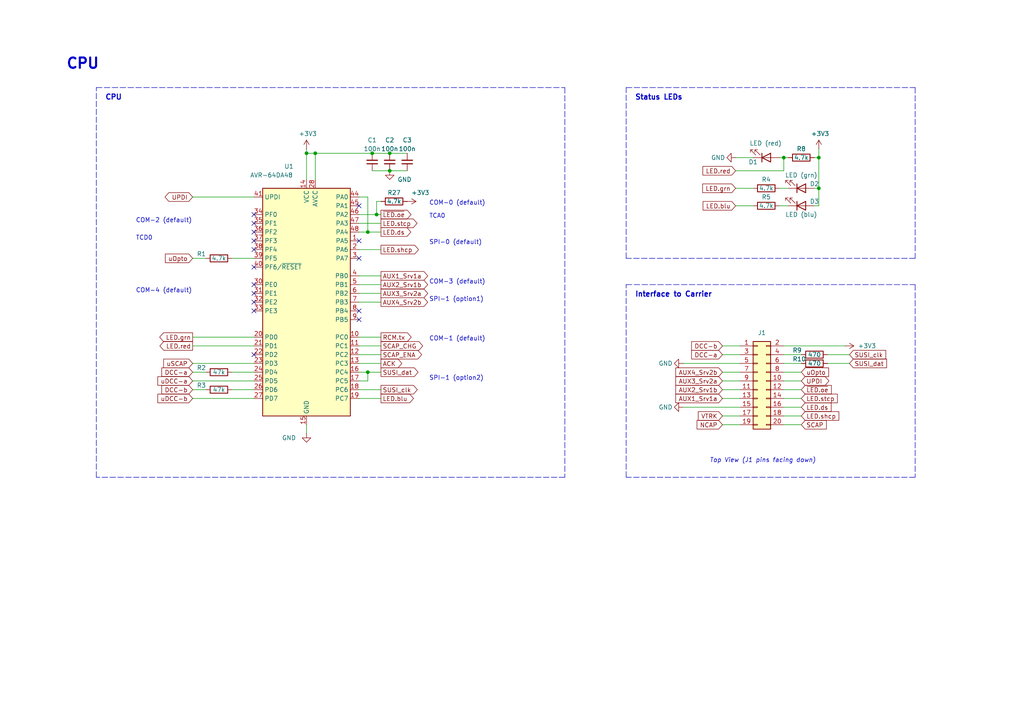
<source format=kicad_sch>
(kicad_sch (version 20250114) (generator "eeschema") (generator_version "9.0")
  (paper "A4")
  (title_block (title "DCC Ambient Decoder Prototype") (date "2025-10-14") (rev "1") (company "Frank Schumacher") (comment 1 "D99.1") (comment 2 "2.8V SCAPs"))
  (lib_symbols
    (symbol "Connector_Generic:Conn_02x10_Odd_Even" (pin_names (offset 1.016) (hide yes))
      (property "Reference" "J" (at 1.27 12.7 0))
      (property "Value" "Conn_02x10_Odd_Even" (at 1.27 -15.24 0))
      (symbol "Conn_02x10_Odd_Even_1_1"
        (rectangle (start -1.27 11.43) (end 3.81 -13.97) (stroke (width 0.254)) (fill (type background)))
        (rectangle (start -1.27 10.287) (end 0 10.033) (stroke (width 0.1524)))
        (rectangle (start -1.27 7.747) (end 0 7.493) (stroke (width 0.1524)))
        (rectangle (start -1.27 5.207) (end 0 4.953) (stroke (width 0.1524)))
        (rectangle (start -1.27 2.667) (end 0 2.413) (stroke (width 0.1524)))
        (rectangle (start -1.27 0.127) (end 0 -0.127) (stroke (width 0.1524)))
        (rectangle (start -1.27 -2.413) (end 0 -2.667) (stroke (width 0.1524)))
        (rectangle (start -1.27 -4.953) (end 0 -5.207) (stroke (width 0.1524)))
        (rectangle (start -1.27 -7.493) (end 0 -7.747) (stroke (width 0.1524)))
        (rectangle (start -1.27 -10.033) (end 0 -10.287) (stroke (width 0.1524)))
        (rectangle (start -1.27 -12.573) (end 0 -12.827) (stroke (width 0.1524)))
        (rectangle (start 3.81 10.287) (end 2.54 10.033) (stroke (width 0.1524)))
        (rectangle (start 3.81 7.747) (end 2.54 7.493) (stroke (width 0.1524)))
        (rectangle (start 3.81 5.207) (end 2.54 4.953) (stroke (width 0.1524)))
        (rectangle (start 3.81 2.667) (end 2.54 2.413) (stroke (width 0.1524)))
        (rectangle (start 3.81 0.127) (end 2.54 -0.127) (stroke (width 0.1524)))
        (rectangle (start 3.81 -2.413) (end 2.54 -2.667) (stroke (width 0.1524)))
        (rectangle (start 3.81 -4.953) (end 2.54 -5.207) (stroke (width 0.1524)))
        (rectangle (start 3.81 -7.493) (end 2.54 -7.747) (stroke (width 0.1524)))
        (rectangle (start 3.81 -10.033) (end 2.54 -10.287) (stroke (width 0.1524)))
        (rectangle (start 3.81 -12.573) (end 2.54 -12.827) (stroke (width 0.1524)))
        (pin passive line (at -5.08 10.16 0) (length 3.81) (name "Pin_1") (number "1"))
        (pin passive line (at -5.08 7.62 0) (length 3.81) (name "Pin_3") (number "3"))
        (pin passive line (at -5.08 5.08 0) (length 3.81) (name "Pin_5") (number "5"))
        (pin passive line (at -5.08 2.54 0) (length 3.81) (name "Pin_7") (number "7"))
        (pin passive line (at -5.08 0 0) (length 3.81) (name "Pin_9") (number "9"))
        (pin passive line (at -5.08 -2.54 0) (length 3.81) (name "Pin_11") (number "11"))
        (pin passive line (at -5.08 -5.08 0) (length 3.81) (name "Pin_13") (number "13"))
        (pin passive line (at -5.08 -7.62 0) (length 3.81) (name "Pin_15") (number "15"))
        (pin passive line (at -5.08 -10.16 0) (length 3.81) (name "Pin_17") (number "17"))
        (pin passive line (at -5.08 -12.7 0) (length 3.81) (name "Pin_19") (number "19"))
        (pin passive line (at 7.62 10.16 180) (length 3.81) (name "Pin_2") (number "2"))
        (pin passive line (at 7.62 7.62 180) (length 3.81) (name "Pin_4") (number "4"))
        (pin passive line (at 7.62 5.08 180) (length 3.81) (name "Pin_6") (number "6"))
        (pin passive line (at 7.62 2.54 180) (length 3.81) (name "Pin_8") (number "8"))
        (pin passive line (at 7.62 0 180) (length 3.81) (name "Pin_10") (number "10"))
        (pin passive line (at 7.62 -2.54 180) (length 3.81) (name "Pin_12") (number "12"))
        (pin passive line (at 7.62 -5.08 180) (length 3.81) (name "Pin_14") (number "14"))
        (pin passive line (at 7.62 -7.62 180) (length 3.81) (name "Pin_16") (number "16"))
        (pin passive line (at 7.62 -10.16 180) (length 3.81) (name "Pin_18") (number "18"))
        (pin passive line (at 7.62 -12.7 180) (length 3.81) (name "Pin_20") (number "20"))
      )
    )
    (symbol "Device:C_Small" (pin_numbers (hide yes)) (pin_names (offset 0.254) (hide yes))
      (property "Reference" "C" (at 0.254 1.778 0))
      (property "Value" "C_Small" (at 0.254 -2.032 0))
      (symbol "C_Small_0_1"
        (polyline (pts (xy -1.524 0.508) (xy 1.524 0.508)) (stroke (width 0.3048)))
        (polyline (pts (xy -1.524 -0.508) (xy 1.524 -0.508)) (stroke (width 0.3302)))
      )
      (symbol "C_Small_1_1"
        (pin passive line (at 0 2.54 270) (length 2.032) (name "~") (number "1"))
        (pin passive line (at 0 -2.54 90) (length 2.032) (name "~") (number "2"))
      )
    )
    (symbol "Device:LED" (pin_numbers (hide yes)) (pin_names (offset 1.016) (hide yes))
      (property "Reference" "D" (at 0 2.54 0))
      (property "Value" "LED" (at 0 -2.54 0))
      (symbol "LED_0_1"
        (polyline (pts (xy -3.048 -0.762) (xy -4.572 -2.286) (xy -3.81 -2.286) (xy -4.572 -2.286) (xy -4.572 -1.524)))
        (polyline (pts (xy -1.778 -0.762) (xy -3.302 -2.286) (xy -2.54 -2.286) (xy -3.302 -2.286) (xy -3.302 -1.524)))
        (polyline (pts (xy -1.27 0) (xy 1.27 0)))
        (polyline (pts (xy -1.27 -1.27) (xy -1.27 1.27)) (stroke (width 0.254)))
        (polyline (pts (xy 1.27 -1.27) (xy 1.27 1.27) (xy -1.27 0) (xy 1.27 -1.27)) (stroke (width 0.254)))
      )
      (symbol "LED_1_1"
        (pin passive line (at -3.81 0 0) (length 2.54) (name "K") (number "1"))
        (pin passive line (at 3.81 0 180) (length 2.54) (name "A") (number "2"))
      )
    )
    (symbol "Device:R" (pin_numbers (hide yes)) (pin_names (offset 0))
      (property "Reference" "R" (at 2.032 0 90))
      (property "Value" "R" (at 0 0 90))
      (symbol "R_0_1"
        (rectangle (start -1.016 -2.54) (end 1.016 2.54) (stroke (width 0.254)))
      )
      (symbol "R_1_1"
        (pin passive line (at 0 3.81 270) (length 1.27) (name "~") (number "1"))
        (pin passive line (at 0 -3.81 90) (length 1.27) (name "~") (number "2"))
      )
    )
    (symbol "MCU_Microchip_ATmega:ATmega4809-M"
      (property "Reference" "U" (at -12.7 34.29 0))
      (property "Value" "ATmega4809-M" (at 2.54 -34.29 0))
      (symbol "ATmega4809-M_0_1"
        (rectangle (start -12.7 -33.02) (end 12.7 33.02) (stroke (width 0.254)) (fill (type background)))
      )
      (symbol "ATmega4809-M_1_1"
        (pin bidirectional line (at -15.24 30.48 0) (length 2.54) (name "UPDI") (number "41"))
        (pin bidirectional line (at -15.24 25.4 0) (length 2.54) (name "PF0") (number "34"))
        (pin bidirectional line (at -15.24 22.86 0) (length 2.54) (name "PF1") (number "35"))
        (pin bidirectional line (at -15.24 20.32 0) (length 2.54) (name "PF2") (number "36"))
        (pin bidirectional line (at -15.24 17.78 0) (length 2.54) (name "PF3") (number "37"))
        (pin bidirectional line (at -15.24 15.24 0) (length 2.54) (name "PF4") (number "38"))
        (pin bidirectional line (at -15.24 12.7 0) (length 2.54) (name "PF5") (number "39"))
        (pin bidirectional line (at -15.24 10.16 0) (length 2.54) (name "PF6/~{RESET}") (number "40"))
        (pin bidirectional line (at -15.24 5.08 0) (length 2.54) (name "PE0") (number "30"))
        (pin bidirectional line (at -15.24 2.54 0) (length 2.54) (name "PE1") (number "31"))
        (pin bidirectional line (at -15.24 0 0) (length 2.54) (name "PE2") (number "32"))
        (pin bidirectional line (at -15.24 -2.54 0) (length 2.54) (name "PE3") (number "33"))
        (pin bidirectional line (at -15.24 -10.16 0) (length 2.54) (name "PD0") (number "20"))
        (pin bidirectional line (at -15.24 -12.7 0) (length 2.54) (name "PD1") (number "21"))
        (pin bidirectional line (at -15.24 -15.24 0) (length 2.54) (name "PD2") (number "22"))
        (pin bidirectional line (at -15.24 -17.78 0) (length 2.54) (name "PD3") (number "23"))
        (pin bidirectional line (at -15.24 -20.32 0) (length 2.54) (name "PD4") (number "24"))
        (pin bidirectional line (at -15.24 -22.86 0) (length 2.54) (name "PD5") (number "25"))
        (pin bidirectional line (at -15.24 -25.4 0) (length 2.54) (name "PD6") (number "26"))
        (pin bidirectional line (at -15.24 -27.94 0) (length 2.54) (name "PD7") (number "27"))
        (pin power_in line (at 0 35.56 270) (length 2.54) (name "VCC") (number "14"))
        (pin passive line (at 0 35.56 270) (length 2.54) (hide yes) (name "VCC") (number "42"))
        (pin power_in line (at 0 -35.56 90) (length 2.54) (name "GND") (number "15"))
        (pin passive line (at 0 -35.56 90) (length 2.54) (hide yes) (name "GND") (number "29"))
        (pin passive line (at 0 -35.56 90) (length 2.54) (hide yes) (name "GND") (number "43"))
        (pin passive line (at 0 -35.56 90) (length 2.54) (hide yes) (name "GND") (number "49"))
        (pin power_in line (at 2.54 35.56 270) (length 2.54) (name "AVCC") (number "28"))
        (pin bidirectional line (at 15.24 30.48 180) (length 2.54) (name "PA0") (number "44"))
        (pin bidirectional line (at 15.24 27.94 180) (length 2.54) (name "PA1") (number "45"))
        (pin bidirectional line (at 15.24 25.4 180) (length 2.54) (name "PA2") (number "46"))
        (pin bidirectional line (at 15.24 22.86 180) (length 2.54) (name "PA3") (number "47"))
        (pin bidirectional line (at 15.24 20.32 180) (length 2.54) (name "PA4") (number "48"))
        (pin bidirectional line (at 15.24 17.78 180) (length 2.54) (name "PA5") (number "1"))
        (pin bidirectional line (at 15.24 15.24 180) (length 2.54) (name "PA6") (number "2"))
        (pin bidirectional line (at 15.24 12.7 180) (length 2.54) (name "PA7") (number "3"))
        (pin bidirectional line (at 15.24 7.62 180) (length 2.54) (name "PB0") (number "4"))
        (pin bidirectional line (at 15.24 5.08 180) (length 2.54) (name "PB1") (number "5"))
        (pin bidirectional line (at 15.24 2.54 180) (length 2.54) (name "PB2") (number "6"))
        (pin bidirectional line (at 15.24 0 180) (length 2.54) (name "PB3") (number "7"))
        (pin bidirectional line (at 15.24 -2.54 180) (length 2.54) (name "PB4") (number "8"))
        (pin bidirectional line (at 15.24 -5.08 180) (length 2.54) (name "PB5") (number "9"))
        (pin bidirectional line (at 15.24 -10.16 180) (length 2.54) (name "PC0") (number "10"))
        (pin bidirectional line (at 15.24 -12.7 180) (length 2.54) (name "PC1") (number "11"))
        (pin bidirectional line (at 15.24 -15.24 180) (length 2.54) (name "PC2") (number "12"))
        (pin bidirectional line (at 15.24 -17.78 180) (length 2.54) (name "PC3") (number "13"))
        (pin bidirectional line (at 15.24 -20.32 180) (length 2.54) (name "PC4") (number "16"))
        (pin bidirectional line (at 15.24 -22.86 180) (length 2.54) (name "PC5") (number "17"))
        (pin bidirectional line (at 15.24 -25.4 180) (length 2.54) (name "PC6") (number "18"))
        (pin bidirectional line (at 15.24 -27.94 180) (length 2.54) (name "PC7") (number "19"))
      )
    )
    (symbol "power:+3V3" (power) (pin_numbers (hide yes)) (pin_names (offset 0) (hide yes))
      (property "Value" "+3V3" (at 0 3.556 0))
      (symbol "+3V3_0_1"
        (polyline (pts (xy -0.762 1.27) (xy 0 2.54)))
        (polyline (pts (xy 0 2.54) (xy 0.762 1.27)))
        (polyline (pts (xy 0 0) (xy 0 2.54)))
      )
      (symbol "+3V3_1_1"
        (pin power_in line (at 0 0 90) (length 0) (name "~") (number "1"))
      )
    )
    (symbol "power:GND" (power) (pin_numbers (hide yes)) (pin_names (offset 0) (hide yes))
      (property "Value" "GND" (at 0 -3.81 0))
      (symbol "GND_0_1"
        (polyline (pts (xy 0 0) (xy 0 -1.27) (xy 1.27 -1.27) (xy 0 -2.54) (xy -1.27 -1.27) (xy 0 -1.27)))
      )
      (symbol "GND_1_1"
        (pin power_in line (at 0 0 270) (length 0) (name "~") (number "1"))
      )
    )
  )
  (text "SPI-0 (default)" (at 124.46 71.12 0) (effects (font (size 1.27 1.27)) (justify left bottom)))
  (text "TCD0" (at 39.37 69.85 0) (effects (font (size 1.27 1.27)) (justify left bottom)))
  (text "SPI-1 (option1)" (at 124.46 87.63 0) (effects (font (size 1.27 1.27)) (justify left bottom)))
  (text "Interface to Carrier" (at 184.15 86.36 0) (effects (font (size 1.4986 1.4986) (thickness 0.2997) (bold yes)) (justify left bottom)))
  (text "Top View (J1 pins facing down)" (at 221.234 133.604 0) (effects (font (size 1.27 1.27) (italic yes))))
  (text "COM-4 (default)" (at 39.37 85.09 0) (effects (font (size 1.27 1.27)) (justify left bottom)))
  (text "CPU" (at 19.05 20.32 0) (effects (font (size 2.9972 2.9972) (thickness 0.5994) (bold yes)) (justify left bottom)))
  (text "COM-3 (default)" (at 124.46 82.55 0) (effects (font (size 1.27 1.27)) (justify left bottom)))
  (text "CPU" (at 30.48 29.21 0) (effects (font (size 1.4986 1.4986) (thickness 0.2997) (bold yes)) (justify left bottom)))
  (text "Status LEDs" (at 184.15 29.21 0) (effects (font (size 1.4986 1.4986) (thickness 0.2997) (bold yes)) (justify left bottom)))
  (text "SPI-1 (option2)" (at 124.46 110.49 0) (effects (font (size 1.27 1.27)) (justify left bottom)))
  (text "COM-1 (default)" (at 124.46 99.06 0) (effects (font (size 1.27 1.27)) (justify left bottom)))
  (text "COM-0 (default)" (at 124.46 59.69 0) (effects (font (size 1.27 1.27)) (justify left bottom)))
  (text "COM-2 (default)" (at 39.37 64.77 0) (effects (font (size 1.27 1.27)) (justify left bottom)))
  (text "TCA0" (at 124.46 63.5 0) (effects (font (size 1.27 1.27)) (justify left bottom)))
  (junction (at 113.03 44.45))
  (junction (at 88.9 44.45))
  (junction (at 107.95 44.45))
  (junction (at 237.49 54.61))
  (junction (at 109.22 62.23))
  (junction (at 106.68 107.95))
  (junction (at 237.49 45.72))
  (junction (at 91.44 44.45))
  (junction (at 113.03 49.53))
  (junction (at 227.33 45.72))
  (junction (at 106.68 67.31))
  (no_connect (at 104.14 69.85))
  (no_connect (at 73.66 85.09))
  (no_connect (at 73.66 62.23))
  (no_connect (at 104.14 74.93))
  (no_connect (at 73.66 64.77))
  (no_connect (at 73.66 67.31))
  (no_connect (at 104.14 59.69))
  (no_connect (at 73.66 102.87))
  (no_connect (at 73.66 69.85))
  (no_connect (at 104.14 90.17))
  (no_connect (at 73.66 87.63))
  (no_connect (at 73.66 82.55))
  (no_connect (at 73.66 77.47))
  (no_connect (at 104.14 92.71))
  (no_connect (at 73.66 72.39))
  (no_connect (at 73.66 90.17))
  (wire (pts (xy 104.14 64.77) (xy 110.49 64.77)))
  (polyline (pts (xy 265.43 74.93) (xy 181.61 74.93)) (stroke (width 0) (type dash)))
  (wire (pts (xy 226.06 54.61) (xy 228.6 54.61)))
  (wire (pts (xy 107.95 44.45) (xy 113.03 44.45)))
  (wire (pts (xy 104.14 102.87) (xy 110.49 102.87)))
  (wire (pts (xy 104.14 115.57) (xy 110.49 115.57)))
  (wire (pts (xy 104.14 62.23) (xy 109.22 62.23)))
  (polyline (pts (xy 181.61 138.43) (xy 181.61 82.55)) (stroke (width 0) (type dash)))
  (wire (pts (xy 55.88 110.49) (xy 73.66 110.49)))
  (wire (pts (xy 88.9 44.45) (xy 91.44 44.45)))
  (wire (pts (xy 227.33 107.95) (xy 232.41 107.95)))
  (wire (pts (xy 226.06 45.72) (xy 227.33 45.72)))
  (wire (pts (xy 104.14 72.39) (xy 110.49 72.39)))
  (wire (pts (xy 213.36 54.61) (xy 218.44 54.61)))
  (polyline (pts (xy 181.61 74.93) (xy 181.61 25.4)) (stroke (width 0) (type dash)))
  (wire (pts (xy 106.68 110.49) (xy 104.14 110.49)))
  (wire (pts (xy 227.33 102.87) (xy 232.41 102.87)))
  (wire (pts (xy 109.22 58.42) (xy 110.49 58.42)))
  (wire (pts (xy 106.68 67.31) (xy 110.49 67.31)))
  (wire (pts (xy 227.33 45.72) (xy 227.33 49.53)))
  (wire (pts (xy 109.22 62.23) (xy 110.49 62.23)))
  (wire (pts (xy 227.33 113.03) (xy 232.41 113.03)))
  (wire (pts (xy 213.36 59.69) (xy 218.44 59.69)))
  (wire (pts (xy 104.14 85.09) (xy 110.49 85.09)))
  (wire (pts (xy 91.44 44.45) (xy 107.95 44.45)))
  (wire (pts (xy 67.31 107.95) (xy 73.66 107.95)))
  (polyline (pts (xy 27.94 138.43) (xy 27.94 25.4)) (stroke (width 0) (type dash)))
  (wire (pts (xy 227.33 45.72) (xy 228.6 45.72)))
  (wire (pts (xy 209.55 123.19) (xy 214.63 123.19)))
  (wire (pts (xy 236.22 54.61) (xy 237.49 54.61)))
  (wire (pts (xy 107.95 49.53) (xy 113.03 49.53)))
  (wire (pts (xy 227.33 110.49) (xy 232.41 110.49)))
  (wire (pts (xy 209.55 110.49) (xy 214.63 110.49)))
  (polyline (pts (xy 181.61 82.55) (xy 265.43 82.55)) (stroke (width 0) (type dash)))
  (wire (pts (xy 109.22 62.23) (xy 109.22 58.42)))
  (wire (pts (xy 106.68 107.95) (xy 110.49 107.95)))
  (wire (pts (xy 55.88 100.33) (xy 73.66 100.33)))
  (wire (pts (xy 73.66 105.41) (xy 55.88 105.41)))
  (wire (pts (xy 227.33 105.41) (xy 232.41 105.41)))
  (polyline (pts (xy 181.61 25.4) (xy 265.43 25.4)) (stroke (width 0) (type dash)))
  (wire (pts (xy 55.88 115.57) (xy 73.66 115.57)))
  (wire (pts (xy 104.14 87.63) (xy 110.49 87.63)))
  (wire (pts (xy 237.49 45.72) (xy 237.49 43.18)))
  (wire (pts (xy 104.14 82.55) (xy 110.49 82.55)))
  (wire (pts (xy 209.55 120.65) (xy 214.63 120.65)))
  (wire (pts (xy 227.33 100.33) (xy 245.11 100.33)))
  (polyline (pts (xy 265.43 82.55) (xy 265.43 138.43)) (stroke (width 0) (type dash)))
  (wire (pts (xy 88.9 123.19) (xy 88.9 125.73)))
  (wire (pts (xy 67.31 74.93) (xy 73.66 74.93)))
  (wire (pts (xy 227.33 120.65) (xy 232.41 120.65)))
  (wire (pts (xy 209.55 107.95) (xy 214.63 107.95)))
  (wire (pts (xy 227.33 118.11) (xy 232.41 118.11)))
  (wire (pts (xy 236.22 59.69) (xy 237.49 59.69)))
  (wire (pts (xy 106.68 57.15) (xy 106.68 67.31)))
  (wire (pts (xy 214.63 118.11) (xy 198.12 118.11)))
  (polyline (pts (xy 27.94 25.4) (xy 163.83 25.4)) (stroke (width 0) (type dash)))
  (polyline (pts (xy 265.43 138.43) (xy 181.61 138.43)) (stroke (width 0) (type dash)))
  (wire (pts (xy 110.49 100.33) (xy 104.14 100.33)))
  (wire (pts (xy 104.14 97.79) (xy 110.49 97.79)))
  (wire (pts (xy 227.33 123.19) (xy 232.41 123.19)))
  (wire (pts (xy 104.14 67.31) (xy 106.68 67.31)))
  (wire (pts (xy 110.49 105.41) (xy 104.14 105.41)))
  (wire (pts (xy 59.69 107.95) (xy 55.88 107.95)))
  (wire (pts (xy 226.06 59.69) (xy 228.6 59.69)))
  (wire (pts (xy 240.03 105.41) (xy 246.38 105.41)))
  (polyline (pts (xy 163.83 25.4) (xy 163.83 138.43)) (stroke (width 0) (type dash)))
  (wire (pts (xy 113.03 44.45) (xy 118.11 44.45)))
  (wire (pts (xy 209.55 113.03) (xy 214.63 113.03)))
  (wire (pts (xy 106.68 107.95) (xy 106.68 110.49)))
  (wire (pts (xy 113.03 49.53) (xy 118.11 49.53)))
  (wire (pts (xy 209.55 102.87) (xy 214.63 102.87)))
  (wire (pts (xy 209.55 100.33) (xy 214.63 100.33)))
  (wire (pts (xy 55.88 57.15) (xy 73.66 57.15)))
  (wire (pts (xy 88.9 43.18) (xy 88.9 44.45)))
  (wire (pts (xy 73.66 97.79) (xy 55.88 97.79)))
  (wire (pts (xy 209.55 115.57) (xy 214.63 115.57)))
  (wire (pts (xy 227.33 49.53) (xy 213.36 49.53)))
  (polyline (pts (xy 163.83 138.43) (xy 27.94 138.43)) (stroke (width 0) (type dash)))
  (wire (pts (xy 59.69 113.03) (xy 55.88 113.03)))
  (wire (pts (xy 91.44 44.45) (xy 91.44 52.07)))
  (wire (pts (xy 236.22 45.72) (xy 237.49 45.72)))
  (wire (pts (xy 227.33 115.57) (xy 232.41 115.57)))
  (wire (pts (xy 55.88 74.93) (xy 59.69 74.93)))
  (wire (pts (xy 237.49 59.69) (xy 237.49 54.61)))
  (wire (pts (xy 104.14 80.01) (xy 110.49 80.01)))
  (wire (pts (xy 88.9 44.45) (xy 88.9 52.07)))
  (polyline (pts (xy 265.43 25.4) (xy 265.43 74.93)) (stroke (width 0) (type dash)))
  (wire (pts (xy 237.49 45.72) (xy 237.49 54.61)))
  (wire (pts (xy 67.31 113.03) (xy 73.66 113.03)))
  (wire (pts (xy 110.49 113.03) (xy 104.14 113.03)))
  (wire (pts (xy 213.36 45.72) (xy 218.44 45.72)))
  (wire (pts (xy 214.63 105.41) (xy 198.12 105.41)))
  (wire (pts (xy 104.14 57.15) (xy 106.68 57.15)))
  (wire (pts (xy 240.03 102.87) (xy 246.38 102.87)))
  (wire (pts (xy 104.14 107.95) (xy 106.68 107.95)))
  (global_label "uSCAP" (shape input) (at 55.88 105.41 180) (property "Intersheetrefs" "${INTERSHEET_REFS}" (effects (hide yes))))
  (global_label "DCC-b" (shape input) (at 209.55 100.33 180) (property "Intersheetrefs" "${INTERSHEET_REFS}" (effects (hide yes))))
  (global_label "SCAP_ENA" (shape output) (at 110.49 102.87 0) (property "Intersheetrefs" "${INTERSHEET_REFS}" (effects (hide yes))))
  (global_label "~{LED.oe}" (shape output) (at 110.49 62.23 0) (property "Intersheetrefs" "${INTERSHEET_REFS}" (effects (hide yes))))
  (global_label "LED.blu" (shape output) (at 110.49 115.57 0) (property "Intersheetrefs" "${INTERSHEET_REFS}" (effects (hide yes))))
  (global_label "AUX3_Srv2a" (shape output) (at 110.49 85.09 0) (property "Intersheetrefs" "${INTERSHEET_REFS}" (effects (hide yes))))
  (global_label "AUX2_Srv1b" (shape input) (at 209.55 113.03 180) (property "Intersheetrefs" "${INTERSHEET_REFS}" (effects (hide yes))))
  (global_label "uDCC-b" (shape input) (at 55.88 115.57 180) (property "Intersheetrefs" "${INTERSHEET_REFS}" (effects (hide yes))))
  (global_label "SCAP_CHG" (shape output) (at 110.49 100.33 0) (property "Intersheetrefs" "${INTERSHEET_REFS}" (effects (hide yes))))
  (global_label "UPDI" (shape bidirectional) (at 55.88 57.15 180) (property "Intersheetrefs" "${INTERSHEET_REFS}" (effects (hide yes))))
  (global_label "LED.ds" (shape output) (at 110.49 67.31 0) (property "Intersheetrefs" "${INTERSHEET_REFS}" (effects (hide yes))))
  (global_label "uDCC-a" (shape input) (at 55.88 110.49 180) (property "Intersheetrefs" "${INTERSHEET_REFS}" (effects (hide yes))))
  (global_label "SCAP" (shape input) (at 232.41 123.19 0) (property "Intersheetrefs" "${INTERSHEET_REFS}" (effects (hide yes))))
  (global_label "uOpto" (shape input) (at 232.41 107.95 0) (property "Intersheetrefs" "${INTERSHEET_REFS}" (effects (hide yes))))
  (global_label "LED.red" (shape input) (at 213.36 49.53 180) (property "Intersheetrefs" "${INTERSHEET_REFS}" (effects (hide yes))))
  (global_label "AUX2_Srv1b" (shape output) (at 110.49 82.55 0) (property "Intersheetrefs" "${INTERSHEET_REFS}" (effects (hide yes))))
  (global_label "LED.shcp" (shape input) (at 232.41 120.65 0) (property "Intersheetrefs" "${INTERSHEET_REFS}" (effects (hide yes))))
  (global_label "LED.ds" (shape input) (at 232.41 118.11 0) (property "Intersheetrefs" "${INTERSHEET_REFS}" (effects (hide yes))))
  (global_label "LED.shcp" (shape output) (at 110.49 72.39 0) (property "Intersheetrefs" "${INTERSHEET_REFS}" (effects (hide yes))))
  (global_label "RCM.tx" (shape output) (at 110.49 97.79 0) (property "Intersheetrefs" "${INTERSHEET_REFS}" (effects (hide yes))))
  (global_label "AUX1_Srv1a" (shape output) (at 110.49 80.01 0) (property "Intersheetrefs" "${INTERSHEET_REFS}" (effects (hide yes))))
  (global_label "VTRK" (shape input) (at 209.55 120.65 180) (property "Intersheetrefs" "${INTERSHEET_REFS}" (effects (hide yes))))
  (global_label "DCC-a" (shape input) (at 209.55 102.87 180) (property "Intersheetrefs" "${INTERSHEET_REFS}" (effects (hide yes))))
  (global_label "NCAP" (shape input) (at 209.55 123.19 180) (property "Intersheetrefs" "${INTERSHEET_REFS}" (effects (hide yes))))
  (global_label "SUSI_clk" (shape output) (at 110.49 113.03 0) (property "Intersheetrefs" "${INTERSHEET_REFS}" (effects (hide yes))))
  (global_label "DCC-a" (shape input) (at 55.88 107.95 180) (property "Intersheetrefs" "${INTERSHEET_REFS}" (effects (hide yes))))
  (global_label "LED.grn" (shape input) (at 213.36 54.61 180) (property "Intersheetrefs" "${INTERSHEET_REFS}" (effects (hide yes))))
  (global_label "LED.grn" (shape output) (at 55.88 97.79 180) (property "Intersheetrefs" "${INTERSHEET_REFS}" (effects (hide yes))))
  (global_label "AUX4_Srv2b" (shape output) (at 110.49 87.63 0) (property "Intersheetrefs" "${INTERSHEET_REFS}" (effects (hide yes))))
  (global_label "uOpto" (shape input) (at 55.88 74.93 180) (property "Intersheetrefs" "${INTERSHEET_REFS}" (effects (hide yes))))
  (global_label "SUSI_clk" (shape input) (at 246.38 102.87 0) (property "Intersheetrefs" "${INTERSHEET_REFS}" (effects (hide yes))))
  (global_label "~{LED.oe}" (shape input) (at 232.41 113.03 0) (property "Intersheetrefs" "${INTERSHEET_REFS}" (effects (hide yes))))
  (global_label "UPDI" (shape bidirectional) (at 232.41 110.49 0) (property "Intersheetrefs" "${INTERSHEET_REFS}" (effects (hide yes))))
  (global_label "AUX1_Srv1a" (shape input) (at 209.55 115.57 180) (property "Intersheetrefs" "${INTERSHEET_REFS}" (effects (hide yes))))
  (global_label "SUSI_dat" (shape input) (at 246.38 105.41 0) (property "Intersheetrefs" "${INTERSHEET_REFS}" (effects (hide yes))))
  (global_label "LED.red" (shape output) (at 55.88 100.33 180) (property "Intersheetrefs" "${INTERSHEET_REFS}" (effects (hide yes))))
  (global_label "LED.stcp" (shape input) (at 232.41 115.57 0) (property "Intersheetrefs" "${INTERSHEET_REFS}" (effects (hide yes))))
  (global_label "SUSI_dat" (shape output) (at 110.49 107.95 0) (property "Intersheetrefs" "${INTERSHEET_REFS}" (effects (hide yes))))
  (global_label "LED.blu" (shape input) (at 213.36 59.69 180) (property "Intersheetrefs" "${INTERSHEET_REFS}" (effects (hide yes))))
  (global_label "LED.stcp" (shape output) (at 110.49 64.77 0) (property "Intersheetrefs" "${INTERSHEET_REFS}" (effects (hide yes))))
  (global_label "DCC-b" (shape input) (at 55.88 113.03 180) (property "Intersheetrefs" "${INTERSHEET_REFS}" (effects (hide yes))))
  (global_label "ACK" (shape output) (at 110.49 105.41 0) (property "Intersheetrefs" "${INTERSHEET_REFS}" (effects (hide yes))))
  (global_label "AUX3_Srv2a" (shape input) (at 209.55 110.49 180) (property "Intersheetrefs" "${INTERSHEET_REFS}" (effects (hide yes))))
  (global_label "AUX4_Srv2b" (shape input) (at 209.55 107.95 180) (property "Intersheetrefs" "${INTERSHEET_REFS}" (effects (hide yes))))
  (symbol (lib_id "Device:C_Small") (at 113.03 46.99 180) (unit 1)
    (property "Reference" "C2" (at 113.03 40.64 0))
    (property "Value" "100n" (at 113.03 43.18 0))
    (property "Footprint" "Capacitor_SMD:C_0402_1005Metric" (effects (hide yes)))
    (property "Description" "100nF 16V X7R ±10% 0402 Multilayer Ceramic Capacitors MLCC - SMD/SMT ROHS" (effects (hide yes)))
    (property "LCSC Part #" "C1525" (effects (hide yes)))
  )
  (symbol (lib_id "power:GND") (at 113.03 49.53 0) (unit 1)
    (property "Reference" "#PWR0101" (effects (hide yes)))
    (property "Value" "GND" (at 119.38 52.07 0) (effects (justify right)))
  )
  (symbol (lib_id "power:+3V3") (at 88.9 43.18 0) (unit 1)
    (property "Reference" "#PWR0105" (effects (hide yes)))
    (property "Value" "+3V3" (at 89.281 38.7858 0))
  )
  (symbol (lib_id "Device:C_Small") (at 118.11 46.99 180) (unit 1)
    (property "Reference" "C3" (at 118.11 40.64 0))
    (property "Value" "100n" (at 118.11 43.18 0))
    (property "Footprint" "Capacitor_SMD:C_0402_1005Metric" (effects (hide yes)))
    (property "Description" "100nF 16V X7R ±10% 0402 Multilayer Ceramic Capacitors MLCC - SMD/SMT ROHS" (effects (hide yes)))
    (property "LCSC Part #" "C1525" (effects (hide yes)))
  )
  (symbol (lib_id "MCU_Microchip_ATmega:ATmega4809-M") (at 88.9 87.63 0) (unit 1)
    (property "Reference" "U1" (at 83.82 48.26 0))
    (property "Value" "AVR-64DA48" (at 78.74 50.8 0))
    (property "Footprint" "Package_DFN_QFN:UQFN-48-1EP_6x6mm_P0.4mm_EP4.62x4.62mm" (effects (hide yes)))
    (property "Datasheet" "http://ww1.microchip.com/downloads/en/DeviceDoc/40002016A.pdf" (effects (hide yes)))
    (property "Description" "1.8V~5.5V 10bit 12bit 24MHz 41 64KB AVR VQFN-48(6x6) Microcontrollers (MCU/MPU/SOC) ROHS" (effects (hide yes)))
    (property "LCSC Part #" "C3227399" (effects (hide yes)))
  )
  (symbol (lib_id "power:GND") (at 88.9 125.73 0) (unit 1)
    (property "Reference" "#PWR0102" (effects (hide yes)))
    (property "Value" "GND" (at 83.82 127 0))
  )
  (symbol (lib_id "Device:C_Small") (at 107.95 46.99 180) (unit 1)
    (property "Reference" "C1" (at 107.95 40.64 0))
    (property "Value" "100n" (at 107.95 43.18 0))
    (property "Footprint" "Capacitor_SMD:C_0402_1005Metric" (effects (hide yes)))
    (property "Description" "100nF 16V X7R ±10% 0402 Multilayer Ceramic Capacitors MLCC - SMD/SMT ROHS" (effects (hide yes)))
    (property "LCSC Part #" "C1525" (effects (hide yes)))
  )
  (symbol (lib_id "Device:R") (at 63.5 113.03 270) (unit 1)
    (property "Reference" "R3" (at 58.42 111.76 90))
    (property "Value" "47k" (at 63.5 113.03 90))
    (property "Footprint" "Resistor_SMD:R_0402_1005Metric" (effects (hide yes)))
    (property "Description" "-55℃~+155℃ 47kΩ 50V 62.5mW Thick Film Resistor ±1% ±100ppm/℃ 0402 Chip Resistor - Surface Mount ROHS" (effects (hide yes)))
    (property "LCSC Part #" "C25792" (effects (hide yes)))
  )
  (symbol (lib_id "Device:LED") (at 222.25 45.72 0) (mirror x) (unit 1)
    (property "Reference" "D1" (at 218.44 46.99 0))
    (property "Value" "LED (red)" (at 222.0722 41.5544 0))
    (property "Footprint" "LED_SMD:LED_0603_1608Metric" (effects (hide yes)))
  )
  (symbol (lib_id "Device:R") (at 232.41 45.72 270) (unit 1)
    (property "Reference" "R8" (at 232.41 43.18 90))
    (property "Value" "4.7k" (at 232.41 45.72 90))
    (property "Footprint" "Resistor_SMD:R_0603_1608Metric" (effects (hide yes)))
    (property "Description" "-55℃~+155℃ 100mW 4.7kΩ 75V Thick Film Resistor ±1% ±100ppm/℃ 0603 Chip Resistor - Surface Mount ROHS" (effects (hide yes)))
    (property "LCSC Part #" "C23162" (effects (hide yes)))
  )
  (symbol (lib_id "power:+3V3") (at 237.49 43.18 0) (unit 1)
    (property "Reference" "#PWR0103" (effects (hide yes)))
    (property "Value" "+3V3" (at 237.871 38.7858 0))
  )
  (symbol (lib_id "power:GND") (at 213.36 45.72 270) (unit 1)
    (property "Reference" "#PWR0104" (effects (hide yes)))
    (property "Value" "GND" (at 208.28 45.72 90))
  )
  (symbol (lib_id "Device:LED") (at 232.41 54.61 0) (mirror x) (unit 1)
    (property "Reference" "D2" (at 236.22 53.34 0))
    (property "Value" "LED (grn)" (at 232.41 50.8 0))
    (property "Footprint" "LED_SMD:LED_0603_1608Metric" (effects (hide yes)))
  )
  (symbol (lib_id "Device:R") (at 222.25 54.61 270) (unit 1)
    (property "Reference" "R4" (at 222.25 52.07 90))
    (property "Value" "4.7k" (at 222.25 54.61 90))
    (property "Footprint" "Resistor_SMD:R_0603_1608Metric" (effects (hide yes)))
    (property "Description" "-55℃~+155℃ 100mW 4.7kΩ 75V Thick Film Resistor ±1% ±100ppm/℃ 0603 Chip Resistor - Surface Mount ROHS" (effects (hide yes)))
    (property "LCSC Part #" "C23162" (effects (hide yes)))
  )
  (symbol (lib_id "Device:LED") (at 232.41 59.69 0) (mirror x) (unit 1)
    (property "Reference" "D3" (at 236.22 58.42 0))
    (property "Value" "LED (blu)" (at 232.41 62.23 0))
    (property "Footprint" "LED_SMD:LED_0603_1608Metric" (effects (hide yes)))
  )
  (symbol (lib_id "Device:R") (at 222.25 59.69 270) (unit 1)
    (property "Reference" "R5" (at 222.25 57.15 90))
    (property "Value" "4.7k" (at 222.25 59.69 90))
    (property "Footprint" "Resistor_SMD:R_0603_1608Metric" (effects (hide yes)))
    (property "Description" "-55℃~+155℃ 100mW 4.7kΩ 75V Thick Film Resistor ±1% ±100ppm/℃ 0603 Chip Resistor - Surface Mount ROHS" (effects (hide yes)))
    (property "LCSC Part #" "C23162" (effects (hide yes)))
  )
  (symbol (lib_id "Device:R") (at 63.5 107.95 270) (unit 1)
    (property "Reference" "R2" (at 58.42 106.68 90))
    (property "Value" "47k" (at 63.5 107.95 90))
    (property "Footprint" "Resistor_SMD:R_0402_1005Metric" (effects (hide yes)))
    (property "Description" "-55℃~+155℃ 47kΩ 50V 62.5mW Thick Film Resistor ±1% ±100ppm/℃ 0402 Chip Resistor - Surface Mount ROHS" (effects (hide yes)))
    (property "LCSC Part #" "C25792" (effects (hide yes)))
  )
  (symbol (lib_id "Connector_Generic:Conn_02x10_Odd_Even") (at 219.71 110.49 0) (unit 1)
    (property "Reference" "J1" (at 220.98 96.52 0))
    (property "Value" "Conn_02x10_Counter_Clockwise" (effects (hide yes)))
    (property "Footprint" "Connector_PinHeader_1.27mm:PinHeader_2x10_P1.27mm_Vertical" (effects (hide yes)))
  )
  (symbol (lib_id "power:GND") (at 198.12 105.41 270) (unit 1)
    (property "Reference" "#PWR0106" (effects (hide yes)))
    (property "Value" "GND" (at 193.04 105.41 90))
  )
  (symbol (lib_id "power:+3V3") (at 245.11 100.33 270) (unit 1)
    (property "Reference" "#PWR0107" (effects (hide yes)))
    (property "Value" "+3V3" (at 251.46 100.33 90))
  )
  (symbol (lib_id "Device:R") (at 236.22 102.87 270) (unit 1)
    (property "Reference" "R9" (at 229.87 101.6 90) (effects (justify left)))
    (property "Value" "470" (at 236.22 102.87 90))
    (property "Footprint" "Resistor_SMD:R_0402_1005Metric" (effects (hide yes)))
    (property "Description" "-55℃~+155℃ 470Ω 50V 62.5mW Thick Film Resistor ±1% ±100ppm/℃ 0402 Chip Resistor - Surface Mount ROHS" (effects (hide yes)))
    (property "LCSC Part #" "C25117" (effects (hide yes)))
  )
  (symbol (lib_id "Device:R") (at 236.22 105.41 270) (unit 1)
    (property "Reference" "R10" (at 229.87 104.14 90) (effects (justify left)))
    (property "Value" "470" (at 236.22 105.41 90))
    (property "Footprint" "Resistor_SMD:R_0402_1005Metric" (effects (hide yes)))
    (property "Description" "-55℃~+155℃ 470Ω 50V 62.5mW Thick Film Resistor ±1% ±100ppm/℃ 0402 Chip Resistor - Surface Mount ROHS" (effects (hide yes)))
    (property "LCSC Part #" "C25117" (effects (hide yes)))
  )
  (symbol (lib_id "Device:R") (at 63.5 74.93 270) (unit 1)
    (property "Reference" "R1" (at 58.42 73.66 90))
    (property "Value" "4.7k" (at 63.5 74.93 90))
    (property "Footprint" "Resistor_SMD:R_0402_1005Metric" (effects (hide yes)))
    (property "Description" "-55℃~+155℃ 4.7kΩ 50V 62.5mW Thick Film Resistor ±1% ±100ppm/℃ 0402 Chip Resistor - Surface Mount ROHS" (effects (hide yes)))
    (property "LCSC Part #" "C25900" (effects (hide yes)))
  )
  (symbol (lib_id "power:GND") (at 198.12 118.11 270) (unit 1)
    (property "Reference" "#PWR0108" (effects (hide yes)))
    (property "Value" "GND" (at 193.04 118.11 90))
  )
  (symbol (lib_id "Device:R") (at 114.3 58.42 270) (unit 1)
    (property "Reference" "R27" (at 114.3 55.88 90))
    (property "Value" "4.7k" (at 114.3 58.42 90))
    (property "Footprint" "Resistor_SMD:R_0402_1005Metric" (effects (hide yes)))
    (property "Description" "-55℃~+155℃ 4.7kΩ 50V 62.5mW Thick Film Resistor ±1% ±100ppm/℃ 0402 Chip Resistor - Surface Mount ROHS" (effects (hide yes)))
    (property "LCSC Part #" "C25900" (effects (hide yes)))
  )
  (symbol (lib_id "power:+3V3") (at 118.11 58.42 270) (unit 1)
    (property "Reference" "#PWR0117" (effects (hide yes)))
    (property "Value" "+3V3" (at 121.92 55.88 90))
  )
)
</source>
